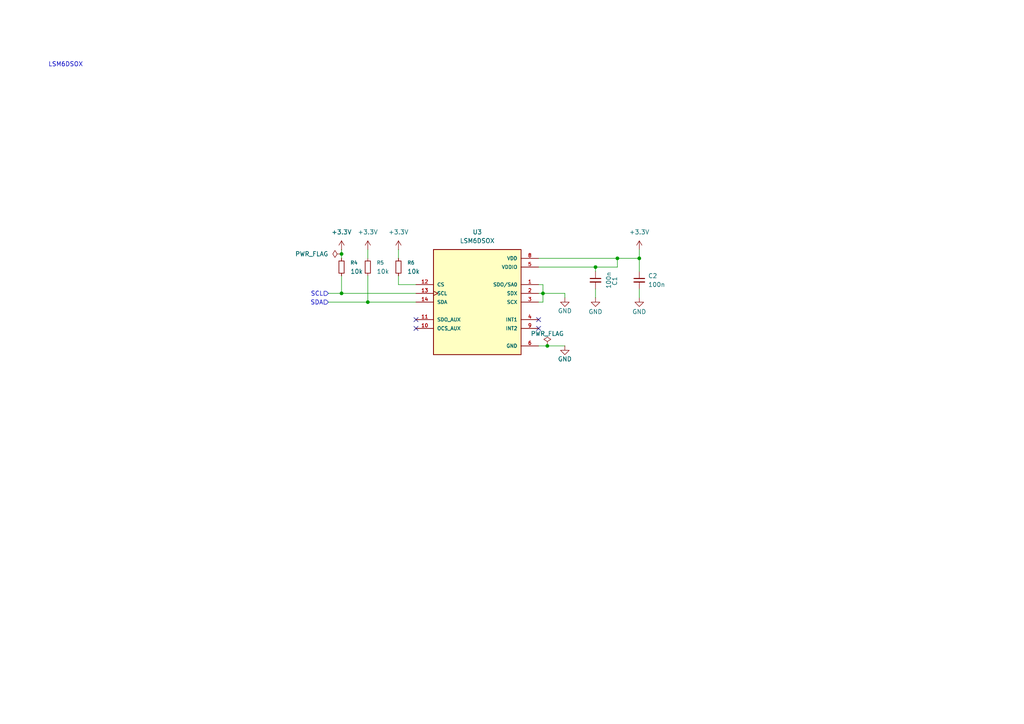
<source format=kicad_sch>
(kicad_sch
	(version 20250114)
	(generator "eeschema")
	(generator_version "9.0")
	(uuid "fa57e1d7-424d-4ef2-9198-6418d658b11a")
	(paper "A4")
	(title_block
		(title "LSM6DSOX")
		(company "ENSEA")
		(comment 1 "Clara CHATELAIS-VAUFLEURY")
	)
	(lib_symbols
		(symbol "Device:C_Small"
			(pin_numbers
				(hide yes)
			)
			(pin_names
				(offset 0.254)
				(hide yes)
			)
			(exclude_from_sim no)
			(in_bom yes)
			(on_board yes)
			(property "Reference" "C"
				(at 0.254 1.778 0)
				(effects
					(font
						(size 1.27 1.27)
					)
					(justify left)
				)
			)
			(property "Value" "C_Small"
				(at 0.254 -2.032 0)
				(effects
					(font
						(size 1.27 1.27)
					)
					(justify left)
				)
			)
			(property "Footprint" ""
				(at 0 0 0)
				(effects
					(font
						(size 1.27 1.27)
					)
					(hide yes)
				)
			)
			(property "Datasheet" "~"
				(at 0 0 0)
				(effects
					(font
						(size 1.27 1.27)
					)
					(hide yes)
				)
			)
			(property "Description" "Unpolarized capacitor, small symbol"
				(at 0 0 0)
				(effects
					(font
						(size 1.27 1.27)
					)
					(hide yes)
				)
			)
			(property "ki_keywords" "capacitor cap"
				(at 0 0 0)
				(effects
					(font
						(size 1.27 1.27)
					)
					(hide yes)
				)
			)
			(property "ki_fp_filters" "C_*"
				(at 0 0 0)
				(effects
					(font
						(size 1.27 1.27)
					)
					(hide yes)
				)
			)
			(symbol "C_Small_0_1"
				(polyline
					(pts
						(xy -1.524 0.508) (xy 1.524 0.508)
					)
					(stroke
						(width 0.3048)
						(type default)
					)
					(fill
						(type none)
					)
				)
				(polyline
					(pts
						(xy -1.524 -0.508) (xy 1.524 -0.508)
					)
					(stroke
						(width 0.3302)
						(type default)
					)
					(fill
						(type none)
					)
				)
			)
			(symbol "C_Small_1_1"
				(pin passive line
					(at 0 2.54 270)
					(length 2.032)
					(name "~"
						(effects
							(font
								(size 1.27 1.27)
							)
						)
					)
					(number "1"
						(effects
							(font
								(size 1.27 1.27)
							)
						)
					)
				)
				(pin passive line
					(at 0 -2.54 90)
					(length 2.032)
					(name "~"
						(effects
							(font
								(size 1.27 1.27)
							)
						)
					)
					(number "2"
						(effects
							(font
								(size 1.27 1.27)
							)
						)
					)
				)
			)
			(embedded_fonts no)
		)
		(symbol "Device:R_Small"
			(pin_numbers
				(hide yes)
			)
			(pin_names
				(offset 0.254)
				(hide yes)
			)
			(exclude_from_sim no)
			(in_bom yes)
			(on_board yes)
			(property "Reference" "R"
				(at 0 0 90)
				(effects
					(font
						(size 1.016 1.016)
					)
				)
			)
			(property "Value" "R_Small"
				(at 1.778 0 90)
				(effects
					(font
						(size 1.27 1.27)
					)
				)
			)
			(property "Footprint" ""
				(at 0 0 0)
				(effects
					(font
						(size 1.27 1.27)
					)
					(hide yes)
				)
			)
			(property "Datasheet" "~"
				(at 0 0 0)
				(effects
					(font
						(size 1.27 1.27)
					)
					(hide yes)
				)
			)
			(property "Description" "Resistor, small symbol"
				(at 0 0 0)
				(effects
					(font
						(size 1.27 1.27)
					)
					(hide yes)
				)
			)
			(property "ki_keywords" "R resistor"
				(at 0 0 0)
				(effects
					(font
						(size 1.27 1.27)
					)
					(hide yes)
				)
			)
			(property "ki_fp_filters" "R_*"
				(at 0 0 0)
				(effects
					(font
						(size 1.27 1.27)
					)
					(hide yes)
				)
			)
			(symbol "R_Small_0_1"
				(rectangle
					(start -0.762 1.778)
					(end 0.762 -1.778)
					(stroke
						(width 0.2032)
						(type default)
					)
					(fill
						(type none)
					)
				)
			)
			(symbol "R_Small_1_1"
				(pin passive line
					(at 0 2.54 270)
					(length 0.762)
					(name "~"
						(effects
							(font
								(size 1.27 1.27)
							)
						)
					)
					(number "1"
						(effects
							(font
								(size 1.27 1.27)
							)
						)
					)
				)
				(pin passive line
					(at 0 -2.54 90)
					(length 0.762)
					(name "~"
						(effects
							(font
								(size 1.27 1.27)
							)
						)
					)
					(number "2"
						(effects
							(font
								(size 1.27 1.27)
							)
						)
					)
				)
			)
			(embedded_fonts no)
		)
		(symbol "LSM6DSOX:LSM6DSOX"
			(pin_names
				(offset 1.016)
			)
			(exclude_from_sim no)
			(in_bom yes)
			(on_board yes)
			(property "Reference" "U"
				(at -12.7 16.002 0)
				(effects
					(font
						(size 1.27 1.27)
					)
					(justify left bottom)
				)
			)
			(property "Value" "LSM6DSOX"
				(at -12.7 -17.78 0)
				(effects
					(font
						(size 1.27 1.27)
					)
					(justify left bottom)
				)
			)
			(property "Footprint" "LSM6DSOX:PQFN50P250X300X86-14N"
				(at 0 0 0)
				(effects
					(font
						(size 1.27 1.27)
					)
					(justify bottom)
					(hide yes)
				)
			)
			(property "Datasheet" ""
				(at 0 0 0)
				(effects
					(font
						(size 1.27 1.27)
					)
					(hide yes)
				)
			)
			(property "Description" ""
				(at 0 0 0)
				(effects
					(font
						(size 1.27 1.27)
					)
					(hide yes)
				)
			)
			(property "MF" "STMicroelectronics"
				(at 0 0 0)
				(effects
					(font
						(size 1.27 1.27)
					)
					(justify bottom)
					(hide yes)
				)
			)
			(property "Description_1" "3D Accelerometer and 3D Gyroscope Sensor Digital Output 1.8V 14-Pin LGA T/R"
				(at 0 0 0)
				(effects
					(font
						(size 1.27 1.27)
					)
					(justify bottom)
					(hide yes)
				)
			)
			(property "Package" "VFLGA-14 STMicroelectronics"
				(at 0 0 0)
				(effects
					(font
						(size 1.27 1.27)
					)
					(justify bottom)
					(hide yes)
				)
			)
			(property "Price" "None"
				(at 0 0 0)
				(effects
					(font
						(size 1.27 1.27)
					)
					(justify bottom)
					(hide yes)
				)
			)
			(property "Check_prices" "https://www.snapeda.com/parts/LSM6DSOX/STMicroelectronics/view-part/?ref=eda"
				(at 0 0 0)
				(effects
					(font
						(size 1.27 1.27)
					)
					(justify bottom)
					(hide yes)
				)
			)
			(property "STANDARD" "IPC7351B"
				(at 0 0 0)
				(effects
					(font
						(size 1.27 1.27)
					)
					(justify bottom)
					(hide yes)
				)
			)
			(property "PARTREV" "3.0"
				(at 0 0 0)
				(effects
					(font
						(size 1.27 1.27)
					)
					(justify bottom)
					(hide yes)
				)
			)
			(property "SnapEDA_Link" "https://www.snapeda.com/parts/LSM6DSOX/STMicroelectronics/view-part/?ref=snap"
				(at 0 0 0)
				(effects
					(font
						(size 1.27 1.27)
					)
					(justify bottom)
					(hide yes)
				)
			)
			(property "MP" "LSM6DSOX"
				(at 0 0 0)
				(effects
					(font
						(size 1.27 1.27)
					)
					(justify bottom)
					(hide yes)
				)
			)
			(property "Availability" "In Stock"
				(at 0 0 0)
				(effects
					(font
						(size 1.27 1.27)
					)
					(justify bottom)
					(hide yes)
				)
			)
			(property "MANUFACTURER" "ST Microelectronics"
				(at 0 0 0)
				(effects
					(font
						(size 1.27 1.27)
					)
					(justify bottom)
					(hide yes)
				)
			)
			(symbol "LSM6DSOX_0_0"
				(rectangle
					(start -12.7 -15.24)
					(end 12.7 15.24)
					(stroke
						(width 0.254)
						(type default)
					)
					(fill
						(type background)
					)
				)
				(pin input line
					(at -17.78 5.08 0)
					(length 5.08)
					(name "CS"
						(effects
							(font
								(size 1.016 1.016)
							)
						)
					)
					(number "12"
						(effects
							(font
								(size 1.016 1.016)
							)
						)
					)
				)
				(pin input clock
					(at -17.78 2.54 0)
					(length 5.08)
					(name "SCL"
						(effects
							(font
								(size 1.016 1.016)
							)
						)
					)
					(number "13"
						(effects
							(font
								(size 1.016 1.016)
							)
						)
					)
				)
				(pin bidirectional line
					(at -17.78 0 0)
					(length 5.08)
					(name "SDA"
						(effects
							(font
								(size 1.016 1.016)
							)
						)
					)
					(number "14"
						(effects
							(font
								(size 1.016 1.016)
							)
						)
					)
				)
				(pin bidirectional line
					(at -17.78 -5.08 0)
					(length 5.08)
					(name "SDO_AUX"
						(effects
							(font
								(size 1.016 1.016)
							)
						)
					)
					(number "11"
						(effects
							(font
								(size 1.016 1.016)
							)
						)
					)
				)
				(pin bidirectional line
					(at -17.78 -7.62 0)
					(length 5.08)
					(name "OCS_AUX"
						(effects
							(font
								(size 1.016 1.016)
							)
						)
					)
					(number "10"
						(effects
							(font
								(size 1.016 1.016)
							)
						)
					)
				)
				(pin power_in line
					(at 17.78 12.7 180)
					(length 5.08)
					(name "VDD"
						(effects
							(font
								(size 1.016 1.016)
							)
						)
					)
					(number "8"
						(effects
							(font
								(size 1.016 1.016)
							)
						)
					)
				)
				(pin power_in line
					(at 17.78 10.16 180)
					(length 5.08)
					(name "VDDIO"
						(effects
							(font
								(size 1.016 1.016)
							)
						)
					)
					(number "5"
						(effects
							(font
								(size 1.016 1.016)
							)
						)
					)
				)
				(pin bidirectional line
					(at 17.78 5.08 180)
					(length 5.08)
					(name "SDO/SA0"
						(effects
							(font
								(size 1.016 1.016)
							)
						)
					)
					(number "1"
						(effects
							(font
								(size 1.016 1.016)
							)
						)
					)
				)
				(pin bidirectional line
					(at 17.78 2.54 180)
					(length 5.08)
					(name "SDX"
						(effects
							(font
								(size 1.016 1.016)
							)
						)
					)
					(number "2"
						(effects
							(font
								(size 1.016 1.016)
							)
						)
					)
				)
				(pin bidirectional line
					(at 17.78 0 180)
					(length 5.08)
					(name "SCX"
						(effects
							(font
								(size 1.016 1.016)
							)
						)
					)
					(number "3"
						(effects
							(font
								(size 1.016 1.016)
							)
						)
					)
				)
				(pin output line
					(at 17.78 -5.08 180)
					(length 5.08)
					(name "INT1"
						(effects
							(font
								(size 1.016 1.016)
							)
						)
					)
					(number "4"
						(effects
							(font
								(size 1.016 1.016)
							)
						)
					)
				)
				(pin output line
					(at 17.78 -7.62 180)
					(length 5.08)
					(name "INT2"
						(effects
							(font
								(size 1.016 1.016)
							)
						)
					)
					(number "9"
						(effects
							(font
								(size 1.016 1.016)
							)
						)
					)
				)
				(pin power_in line
					(at 17.78 -12.7 180)
					(length 5.08)
					(name "GND"
						(effects
							(font
								(size 1.016 1.016)
							)
						)
					)
					(number "6"
						(effects
							(font
								(size 1.016 1.016)
							)
						)
					)
				)
				(pin power_in line
					(at 17.78 -12.7 180)
					(length 5.08)
					(hide yes)
					(name "GND"
						(effects
							(font
								(size 1.016 1.016)
							)
						)
					)
					(number "7"
						(effects
							(font
								(size 1.016 1.016)
							)
						)
					)
				)
			)
			(embedded_fonts no)
		)
		(symbol "power:+3.3V"
			(power)
			(pin_numbers
				(hide yes)
			)
			(pin_names
				(offset 0)
				(hide yes)
			)
			(exclude_from_sim no)
			(in_bom yes)
			(on_board yes)
			(property "Reference" "#PWR"
				(at 0 -3.81 0)
				(effects
					(font
						(size 1.27 1.27)
					)
					(hide yes)
				)
			)
			(property "Value" "+3.3V"
				(at 0 3.556 0)
				(effects
					(font
						(size 1.27 1.27)
					)
				)
			)
			(property "Footprint" ""
				(at 0 0 0)
				(effects
					(font
						(size 1.27 1.27)
					)
					(hide yes)
				)
			)
			(property "Datasheet" ""
				(at 0 0 0)
				(effects
					(font
						(size 1.27 1.27)
					)
					(hide yes)
				)
			)
			(property "Description" "Power symbol creates a global label with name \"+3.3V\""
				(at 0 0 0)
				(effects
					(font
						(size 1.27 1.27)
					)
					(hide yes)
				)
			)
			(property "ki_keywords" "global power"
				(at 0 0 0)
				(effects
					(font
						(size 1.27 1.27)
					)
					(hide yes)
				)
			)
			(symbol "+3.3V_0_1"
				(polyline
					(pts
						(xy -0.762 1.27) (xy 0 2.54)
					)
					(stroke
						(width 0)
						(type default)
					)
					(fill
						(type none)
					)
				)
				(polyline
					(pts
						(xy 0 2.54) (xy 0.762 1.27)
					)
					(stroke
						(width 0)
						(type default)
					)
					(fill
						(type none)
					)
				)
				(polyline
					(pts
						(xy 0 0) (xy 0 2.54)
					)
					(stroke
						(width 0)
						(type default)
					)
					(fill
						(type none)
					)
				)
			)
			(symbol "+3.3V_1_1"
				(pin power_in line
					(at 0 0 90)
					(length 0)
					(name "~"
						(effects
							(font
								(size 1.27 1.27)
							)
						)
					)
					(number "1"
						(effects
							(font
								(size 1.27 1.27)
							)
						)
					)
				)
			)
			(embedded_fonts no)
		)
		(symbol "power:GND"
			(power)
			(pin_numbers
				(hide yes)
			)
			(pin_names
				(offset 0)
				(hide yes)
			)
			(exclude_from_sim no)
			(in_bom yes)
			(on_board yes)
			(property "Reference" "#PWR"
				(at 0 -6.35 0)
				(effects
					(font
						(size 1.27 1.27)
					)
					(hide yes)
				)
			)
			(property "Value" "GND"
				(at 0 -3.81 0)
				(effects
					(font
						(size 1.27 1.27)
					)
				)
			)
			(property "Footprint" ""
				(at 0 0 0)
				(effects
					(font
						(size 1.27 1.27)
					)
					(hide yes)
				)
			)
			(property "Datasheet" ""
				(at 0 0 0)
				(effects
					(font
						(size 1.27 1.27)
					)
					(hide yes)
				)
			)
			(property "Description" "Power symbol creates a global label with name \"GND\" , ground"
				(at 0 0 0)
				(effects
					(font
						(size 1.27 1.27)
					)
					(hide yes)
				)
			)
			(property "ki_keywords" "global power"
				(at 0 0 0)
				(effects
					(font
						(size 1.27 1.27)
					)
					(hide yes)
				)
			)
			(symbol "GND_0_1"
				(polyline
					(pts
						(xy 0 0) (xy 0 -1.27) (xy 1.27 -1.27) (xy 0 -2.54) (xy -1.27 -1.27) (xy 0 -1.27)
					)
					(stroke
						(width 0)
						(type default)
					)
					(fill
						(type none)
					)
				)
			)
			(symbol "GND_1_1"
				(pin power_in line
					(at 0 0 270)
					(length 0)
					(name "~"
						(effects
							(font
								(size 1.27 1.27)
							)
						)
					)
					(number "1"
						(effects
							(font
								(size 1.27 1.27)
							)
						)
					)
				)
			)
			(embedded_fonts no)
		)
		(symbol "power:PWR_FLAG"
			(power)
			(pin_numbers
				(hide yes)
			)
			(pin_names
				(offset 0)
				(hide yes)
			)
			(exclude_from_sim no)
			(in_bom yes)
			(on_board yes)
			(property "Reference" "#FLG"
				(at 0 1.905 0)
				(effects
					(font
						(size 1.27 1.27)
					)
					(hide yes)
				)
			)
			(property "Value" "PWR_FLAG"
				(at 0 3.81 0)
				(effects
					(font
						(size 1.27 1.27)
					)
				)
			)
			(property "Footprint" ""
				(at 0 0 0)
				(effects
					(font
						(size 1.27 1.27)
					)
					(hide yes)
				)
			)
			(property "Datasheet" "~"
				(at 0 0 0)
				(effects
					(font
						(size 1.27 1.27)
					)
					(hide yes)
				)
			)
			(property "Description" "Special symbol for telling ERC where power comes from"
				(at 0 0 0)
				(effects
					(font
						(size 1.27 1.27)
					)
					(hide yes)
				)
			)
			(property "ki_keywords" "flag power"
				(at 0 0 0)
				(effects
					(font
						(size 1.27 1.27)
					)
					(hide yes)
				)
			)
			(symbol "PWR_FLAG_0_0"
				(pin power_out line
					(at 0 0 90)
					(length 0)
					(name "~"
						(effects
							(font
								(size 1.27 1.27)
							)
						)
					)
					(number "1"
						(effects
							(font
								(size 1.27 1.27)
							)
						)
					)
				)
			)
			(symbol "PWR_FLAG_0_1"
				(polyline
					(pts
						(xy 0 0) (xy 0 1.27) (xy -1.016 1.905) (xy 0 2.54) (xy 1.016 1.905) (xy 0 1.27)
					)
					(stroke
						(width 0)
						(type default)
					)
					(fill
						(type none)
					)
				)
			)
			(embedded_fonts no)
		)
	)
	(text "LSM6DSOX"
		(exclude_from_sim no)
		(at 19.05 18.796 0)
		(effects
			(font
				(size 1.27 1.27)
			)
		)
		(uuid "07febc5a-eb68-4317-acc1-7e7e256990c6")
	)
	(junction
		(at 172.72 77.47)
		(diameter 0)
		(color 0 0 0 0)
		(uuid "1e0bbc1a-7050-4c8b-89b7-ee21141c1664")
	)
	(junction
		(at 99.06 85.09)
		(diameter 0)
		(color 0 0 0 0)
		(uuid "501165fb-e7a6-494c-8775-82e12c5e6f28")
	)
	(junction
		(at 99.06 73.66)
		(diameter 0)
		(color 0 0 0 0)
		(uuid "60eb4690-c85d-417e-a452-fc0fc3b28f7b")
	)
	(junction
		(at 179.07 74.93)
		(diameter 0)
		(color 0 0 0 0)
		(uuid "90eefee9-42be-4dd8-ae42-084310afaabe")
	)
	(junction
		(at 157.48 85.09)
		(diameter 0)
		(color 0 0 0 0)
		(uuid "9f16198d-47a7-44ec-a087-4e453bbd41c8")
	)
	(junction
		(at 106.68 87.63)
		(diameter 0)
		(color 0 0 0 0)
		(uuid "a812d947-7705-4454-9294-c414821bc119")
	)
	(junction
		(at 185.42 74.93)
		(diameter 0)
		(color 0 0 0 0)
		(uuid "da273029-e91a-4a97-9fb3-834c03376eef")
	)
	(junction
		(at 158.75 100.33)
		(diameter 0)
		(color 0 0 0 0)
		(uuid "ef8d902d-c4f1-49d2-aca0-3cbda427356c")
	)
	(no_connect
		(at 120.65 95.25)
		(uuid "2c25b70b-1049-4b22-afda-3b35bae91595")
	)
	(no_connect
		(at 156.21 95.25)
		(uuid "3ebfb244-0c46-47a6-9dec-b5bd46d07800")
	)
	(no_connect
		(at 156.21 92.71)
		(uuid "4ddad4dd-6c06-4822-9acf-3dc4d4bb6e26")
	)
	(no_connect
		(at 120.65 92.71)
		(uuid "b5d8e434-abee-4a07-96b7-d257e84a588a")
	)
	(wire
		(pts
			(xy 115.57 72.39) (xy 115.57 74.93)
		)
		(stroke
			(width 0)
			(type default)
		)
		(uuid "05b7ab4f-b028-478a-84b6-5acc73db016d")
	)
	(wire
		(pts
			(xy 156.21 87.63) (xy 157.48 87.63)
		)
		(stroke
			(width 0)
			(type default)
		)
		(uuid "144c49c9-85c2-4a44-beb2-ef8c699b23b7")
	)
	(wire
		(pts
			(xy 106.68 87.63) (xy 120.65 87.63)
		)
		(stroke
			(width 0)
			(type default)
		)
		(uuid "1cdfafb7-d3ff-4a84-bd8c-050ffdfdf3d8")
	)
	(wire
		(pts
			(xy 95.25 87.63) (xy 106.68 87.63)
		)
		(stroke
			(width 0)
			(type default)
		)
		(uuid "206ae082-a0a5-4829-89f8-6ba18af1c7ed")
	)
	(wire
		(pts
			(xy 115.57 82.55) (xy 120.65 82.55)
		)
		(stroke
			(width 0)
			(type default)
		)
		(uuid "25f9b6d4-99cc-4319-aa7a-3987ff913e05")
	)
	(wire
		(pts
			(xy 156.21 77.47) (xy 172.72 77.47)
		)
		(stroke
			(width 0)
			(type default)
		)
		(uuid "2af4655d-aadc-478e-a9f5-450bef9f2875")
	)
	(wire
		(pts
			(xy 156.21 100.33) (xy 158.75 100.33)
		)
		(stroke
			(width 0)
			(type default)
		)
		(uuid "30ba421e-1854-4069-96c6-3d93f303fe95")
	)
	(wire
		(pts
			(xy 172.72 83.82) (xy 172.72 86.36)
		)
		(stroke
			(width 0)
			(type default)
		)
		(uuid "38238e55-b106-4b71-a251-02e1e2f51211")
	)
	(wire
		(pts
			(xy 156.21 85.09) (xy 157.48 85.09)
		)
		(stroke
			(width 0)
			(type default)
		)
		(uuid "3dc11a74-27ef-4b33-bb7f-132ad6a969c5")
	)
	(wire
		(pts
			(xy 106.68 80.01) (xy 106.68 87.63)
		)
		(stroke
			(width 0)
			(type default)
		)
		(uuid "3f84826f-9684-4433-b43a-c5489e1808f2")
	)
	(wire
		(pts
			(xy 99.06 73.66) (xy 99.06 74.93)
		)
		(stroke
			(width 0)
			(type default)
		)
		(uuid "51e17739-95e5-4895-8201-74a00d22bdb6")
	)
	(wire
		(pts
			(xy 163.83 85.09) (xy 157.48 85.09)
		)
		(stroke
			(width 0)
			(type default)
		)
		(uuid "561dc745-81a4-4c2d-9082-8414c58c5b3f")
	)
	(wire
		(pts
			(xy 185.42 74.93) (xy 185.42 78.74)
		)
		(stroke
			(width 0)
			(type default)
		)
		(uuid "57e9b25d-cb5c-4062-a642-950c10c0b24a")
	)
	(wire
		(pts
			(xy 157.48 82.55) (xy 157.48 85.09)
		)
		(stroke
			(width 0)
			(type default)
		)
		(uuid "6011c89a-ef1f-4b97-81e6-e8a0dd26c2cd")
	)
	(wire
		(pts
			(xy 172.72 77.47) (xy 179.07 77.47)
		)
		(stroke
			(width 0)
			(type default)
		)
		(uuid "8664a5fc-5285-4e30-8f96-5880c5435f37")
	)
	(wire
		(pts
			(xy 95.25 85.09) (xy 99.06 85.09)
		)
		(stroke
			(width 0)
			(type default)
		)
		(uuid "8a1d61f4-17ec-4ddf-ba52-65a34681aa88")
	)
	(wire
		(pts
			(xy 185.42 83.82) (xy 185.42 86.36)
		)
		(stroke
			(width 0)
			(type default)
		)
		(uuid "90f20d4e-449c-4c14-a76c-7b4157718899")
	)
	(wire
		(pts
			(xy 156.21 74.93) (xy 179.07 74.93)
		)
		(stroke
			(width 0)
			(type default)
		)
		(uuid "9bb6aa17-ec69-4301-a473-f1f885e93b9c")
	)
	(wire
		(pts
			(xy 179.07 77.47) (xy 179.07 74.93)
		)
		(stroke
			(width 0)
			(type default)
		)
		(uuid "a5ff36e4-4502-4aa9-82ce-dc995ac89d64")
	)
	(wire
		(pts
			(xy 157.48 85.09) (xy 157.48 87.63)
		)
		(stroke
			(width 0)
			(type default)
		)
		(uuid "ac57a2f8-7472-4262-9b6d-beca4042b927")
	)
	(wire
		(pts
			(xy 172.72 78.74) (xy 172.72 77.47)
		)
		(stroke
			(width 0)
			(type default)
		)
		(uuid "b427c0a8-f805-4a51-8821-76f4f4ee9599")
	)
	(wire
		(pts
			(xy 163.83 85.09) (xy 163.83 86.36)
		)
		(stroke
			(width 0)
			(type default)
		)
		(uuid "c727d09c-4a40-4650-b607-11c3014997dc")
	)
	(wire
		(pts
			(xy 115.57 80.01) (xy 115.57 82.55)
		)
		(stroke
			(width 0)
			(type default)
		)
		(uuid "ce4bb68b-d907-42a1-a234-4ceb25a10b0e")
	)
	(wire
		(pts
			(xy 158.75 100.33) (xy 163.83 100.33)
		)
		(stroke
			(width 0)
			(type default)
		)
		(uuid "dfa1e802-e046-4944-890c-3bc0470ebed4")
	)
	(wire
		(pts
			(xy 156.21 82.55) (xy 157.48 82.55)
		)
		(stroke
			(width 0)
			(type default)
		)
		(uuid "e11c01dd-3dc4-4efd-b860-e33beebf0b78")
	)
	(wire
		(pts
			(xy 99.06 72.39) (xy 99.06 73.66)
		)
		(stroke
			(width 0)
			(type default)
		)
		(uuid "e11efe87-9fbf-4da7-aab0-c458ed90c6c3")
	)
	(wire
		(pts
			(xy 185.42 74.93) (xy 179.07 74.93)
		)
		(stroke
			(width 0)
			(type default)
		)
		(uuid "e6b068e1-0092-4b1c-8f24-f6f8961045eb")
	)
	(wire
		(pts
			(xy 106.68 72.39) (xy 106.68 74.93)
		)
		(stroke
			(width 0)
			(type default)
		)
		(uuid "f077ecfd-5d97-4453-8ec3-3a64256f4734")
	)
	(wire
		(pts
			(xy 99.06 80.01) (xy 99.06 85.09)
		)
		(stroke
			(width 0)
			(type default)
		)
		(uuid "f35cdd8c-9c45-42ab-8092-cad83bae21c7")
	)
	(wire
		(pts
			(xy 185.42 72.39) (xy 185.42 74.93)
		)
		(stroke
			(width 0)
			(type default)
		)
		(uuid "f9b6bdec-9d47-481d-b0ae-87edf65f816c")
	)
	(wire
		(pts
			(xy 99.06 85.09) (xy 120.65 85.09)
		)
		(stroke
			(width 0)
			(type default)
		)
		(uuid "fff474e6-d342-477b-a66a-a117d6ff4efb")
	)
	(hierarchical_label "SCL"
		(shape input)
		(at 95.25 85.09 180)
		(effects
			(font
				(size 1.27 1.27)
				(color 0 0 194 1)
			)
			(justify right)
		)
		(uuid "22bde600-3a54-432f-8539-c0ce4f919b05")
	)
	(hierarchical_label "SDA"
		(shape input)
		(at 95.25 87.63 180)
		(effects
			(font
				(size 1.27 1.27)
				(color 0 0 194 1)
			)
			(justify right)
		)
		(uuid "b13a5b03-94f9-4c39-bc7c-5403357d78f6")
	)
	(symbol
		(lib_id "power:GND")
		(at 163.83 86.36 0)
		(unit 1)
		(exclude_from_sim no)
		(in_bom yes)
		(on_board yes)
		(dnp no)
		(uuid "0d644e35-1cdf-4de5-8c72-41ab9b336bd7")
		(property "Reference" "#PWR04"
			(at 163.83 92.71 0)
			(effects
				(font
					(size 1.27 1.27)
				)
				(hide yes)
			)
		)
		(property "Value" "GND"
			(at 163.83 90.17 0)
			(effects
				(font
					(size 1.27 1.27)
				)
			)
		)
		(property "Footprint" ""
			(at 163.83 86.36 0)
			(effects
				(font
					(size 1.27 1.27)
				)
				(hide yes)
			)
		)
		(property "Datasheet" ""
			(at 163.83 86.36 0)
			(effects
				(font
					(size 1.27 1.27)
				)
				(hide yes)
			)
		)
		(property "Description" "Power symbol creates a global label with name \"GND\" , ground"
			(at 163.83 86.36 0)
			(effects
				(font
					(size 1.27 1.27)
				)
				(hide yes)
			)
		)
		(pin "1"
			(uuid "124f6d3f-6a52-4c75-86c7-24258f4c402a")
		)
		(instances
			(project "Projet 6 KICAD CLS COMPLET"
				(path "/917aa03c-3980-4eba-8700-b55c1cb55f0b/a28d9c5a-f725-4af6-9d3a-df31b76ed667"
					(reference "#PWR04")
					(unit 1)
				)
			)
		)
	)
	(symbol
		(lib_id "power:+3.3V")
		(at 185.42 72.39 0)
		(unit 1)
		(exclude_from_sim no)
		(in_bom yes)
		(on_board yes)
		(dnp no)
		(fields_autoplaced yes)
		(uuid "1106fd70-dbc7-44a4-bf0e-67ab44320ebb")
		(property "Reference" "#PWR011"
			(at 185.42 76.2 0)
			(effects
				(font
					(size 1.27 1.27)
				)
				(hide yes)
			)
		)
		(property "Value" "+3.3V"
			(at 185.42 67.31 0)
			(effects
				(font
					(size 1.27 1.27)
				)
			)
		)
		(property "Footprint" ""
			(at 185.42 72.39 0)
			(effects
				(font
					(size 1.27 1.27)
				)
				(hide yes)
			)
		)
		(property "Datasheet" ""
			(at 185.42 72.39 0)
			(effects
				(font
					(size 1.27 1.27)
				)
				(hide yes)
			)
		)
		(property "Description" "Power symbol creates a global label with name \"+3.3V\""
			(at 185.42 72.39 0)
			(effects
				(font
					(size 1.27 1.27)
				)
				(hide yes)
			)
		)
		(pin "1"
			(uuid "20afa795-8ef1-4462-b07e-8d9950add0e6")
		)
		(instances
			(project "Projet 6 KICAD CLS COMPLET"
				(path "/917aa03c-3980-4eba-8700-b55c1cb55f0b/a28d9c5a-f725-4af6-9d3a-df31b76ed667"
					(reference "#PWR011")
					(unit 1)
				)
			)
		)
	)
	(symbol
		(lib_id "power:+3.3V")
		(at 115.57 72.39 0)
		(unit 1)
		(exclude_from_sim no)
		(in_bom yes)
		(on_board yes)
		(dnp no)
		(fields_autoplaced yes)
		(uuid "3a1f6f01-076c-4546-917d-f4c50c9ceecb")
		(property "Reference" "#PWR03"
			(at 115.57 76.2 0)
			(effects
				(font
					(size 1.27 1.27)
				)
				(hide yes)
			)
		)
		(property "Value" "+3.3V"
			(at 115.57 67.31 0)
			(effects
				(font
					(size 1.27 1.27)
				)
			)
		)
		(property "Footprint" ""
			(at 115.57 72.39 0)
			(effects
				(font
					(size 1.27 1.27)
				)
				(hide yes)
			)
		)
		(property "Datasheet" ""
			(at 115.57 72.39 0)
			(effects
				(font
					(size 1.27 1.27)
				)
				(hide yes)
			)
		)
		(property "Description" "Power symbol creates a global label with name \"+3.3V\""
			(at 115.57 72.39 0)
			(effects
				(font
					(size 1.27 1.27)
				)
				(hide yes)
			)
		)
		(pin "1"
			(uuid "d20217f2-97d0-4a56-b0f6-be22288af1a5")
		)
		(instances
			(project "Projet 6 KICAD CLS COMPLET"
				(path "/917aa03c-3980-4eba-8700-b55c1cb55f0b/a28d9c5a-f725-4af6-9d3a-df31b76ed667"
					(reference "#PWR03")
					(unit 1)
				)
			)
		)
	)
	(symbol
		(lib_id "Device:R_Small")
		(at 99.06 77.47 0)
		(unit 1)
		(exclude_from_sim no)
		(in_bom yes)
		(on_board yes)
		(dnp no)
		(fields_autoplaced yes)
		(uuid "3f03ca68-0e63-4498-a047-94408536f4f1")
		(property "Reference" "R4"
			(at 101.6 76.1999 0)
			(effects
				(font
					(size 1.016 1.016)
				)
				(justify left)
			)
		)
		(property "Value" "10k"
			(at 101.6 78.7399 0)
			(effects
				(font
					(size 1.27 1.27)
				)
				(justify left)
			)
		)
		(property "Footprint" "Resistor_SMD:R_0603_1608Metric"
			(at 99.06 77.47 0)
			(effects
				(font
					(size 1.27 1.27)
				)
				(hide yes)
			)
		)
		(property "Datasheet" "~"
			(at 99.06 77.47 0)
			(effects
				(font
					(size 1.27 1.27)
				)
				(hide yes)
			)
		)
		(property "Description" "Resistor, small symbol"
			(at 99.06 77.47 0)
			(effects
				(font
					(size 1.27 1.27)
				)
				(hide yes)
			)
		)
		(pin "2"
			(uuid "b39caf5f-3c09-4383-a95d-1ec791faba46")
		)
		(pin "1"
			(uuid "c1b976d4-a5b7-4f0f-b5aa-3d8a0b1a6d01")
		)
		(instances
			(project "Projet 6 KICAD CLS COMPLET"
				(path "/917aa03c-3980-4eba-8700-b55c1cb55f0b/a28d9c5a-f725-4af6-9d3a-df31b76ed667"
					(reference "R4")
					(unit 1)
				)
			)
		)
	)
	(symbol
		(lib_id "power:+3.3V")
		(at 106.68 72.39 0)
		(unit 1)
		(exclude_from_sim no)
		(in_bom yes)
		(on_board yes)
		(dnp no)
		(fields_autoplaced yes)
		(uuid "42c13e94-3d18-45ad-8471-eec470d75879")
		(property "Reference" "#PWR02"
			(at 106.68 76.2 0)
			(effects
				(font
					(size 1.27 1.27)
				)
				(hide yes)
			)
		)
		(property "Value" "+3.3V"
			(at 106.68 67.31 0)
			(effects
				(font
					(size 1.27 1.27)
				)
			)
		)
		(property "Footprint" ""
			(at 106.68 72.39 0)
			(effects
				(font
					(size 1.27 1.27)
				)
				(hide yes)
			)
		)
		(property "Datasheet" ""
			(at 106.68 72.39 0)
			(effects
				(font
					(size 1.27 1.27)
				)
				(hide yes)
			)
		)
		(property "Description" "Power symbol creates a global label with name \"+3.3V\""
			(at 106.68 72.39 0)
			(effects
				(font
					(size 1.27 1.27)
				)
				(hide yes)
			)
		)
		(pin "1"
			(uuid "efd46388-235b-4992-8059-49bec216fc97")
		)
		(instances
			(project "Projet 6 KICAD CLS COMPLET"
				(path "/917aa03c-3980-4eba-8700-b55c1cb55f0b/a28d9c5a-f725-4af6-9d3a-df31b76ed667"
					(reference "#PWR02")
					(unit 1)
				)
			)
		)
	)
	(symbol
		(lib_id "power:GND")
		(at 172.72 86.36 0)
		(unit 1)
		(exclude_from_sim no)
		(in_bom yes)
		(on_board yes)
		(dnp no)
		(uuid "4852600a-e669-4340-9829-0315385f3a31")
		(property "Reference" "#PWR07"
			(at 172.72 92.71 0)
			(effects
				(font
					(size 1.27 1.27)
				)
				(hide yes)
			)
		)
		(property "Value" "GND"
			(at 174.752 90.424 0)
			(effects
				(font
					(size 1.27 1.27)
				)
				(justify right)
			)
		)
		(property "Footprint" ""
			(at 172.72 86.36 0)
			(effects
				(font
					(size 1.27 1.27)
				)
				(hide yes)
			)
		)
		(property "Datasheet" ""
			(at 172.72 86.36 0)
			(effects
				(font
					(size 1.27 1.27)
				)
				(hide yes)
			)
		)
		(property "Description" "Power symbol creates a global label with name \"GND\" , ground"
			(at 172.72 86.36 0)
			(effects
				(font
					(size 1.27 1.27)
				)
				(hide yes)
			)
		)
		(pin "1"
			(uuid "dfc03a81-9a4c-48d8-893c-27485ee524be")
		)
		(instances
			(project "Projet 6 KICAD CLS COMPLET"
				(path "/917aa03c-3980-4eba-8700-b55c1cb55f0b/a28d9c5a-f725-4af6-9d3a-df31b76ed667"
					(reference "#PWR07")
					(unit 1)
				)
			)
		)
	)
	(symbol
		(lib_id "LSM6DSOX:LSM6DSOX")
		(at 138.43 87.63 0)
		(unit 1)
		(exclude_from_sim no)
		(in_bom yes)
		(on_board yes)
		(dnp no)
		(fields_autoplaced yes)
		(uuid "4f7518d8-0fc7-4b33-9081-0ebed7958031")
		(property "Reference" "U3"
			(at 138.43 67.31 0)
			(effects
				(font
					(size 1.27 1.27)
				)
			)
		)
		(property "Value" "LSM6DSOX"
			(at 138.43 69.85 0)
			(effects
				(font
					(size 1.27 1.27)
				)
			)
		)
		(property "Footprint" "LSM6DSOX:PQFN50P250X300X86-14N"
			(at 138.43 87.63 0)
			(effects
				(font
					(size 1.27 1.27)
				)
				(justify bottom)
				(hide yes)
			)
		)
		(property "Datasheet" ""
			(at 138.43 87.63 0)
			(effects
				(font
					(size 1.27 1.27)
				)
				(hide yes)
			)
		)
		(property "Description" ""
			(at 138.43 87.63 0)
			(effects
				(font
					(size 1.27 1.27)
				)
				(hide yes)
			)
		)
		(property "MF" "STMicroelectronics"
			(at 138.43 87.63 0)
			(effects
				(font
					(size 1.27 1.27)
				)
				(justify bottom)
				(hide yes)
			)
		)
		(property "Description_1" "3D Accelerometer and 3D Gyroscope Sensor Digital Output 1.8V 14-Pin LGA T/R"
			(at 138.43 87.63 0)
			(effects
				(font
					(size 1.27 1.27)
				)
				(justify bottom)
				(hide yes)
			)
		)
		(property "Package" "VFLGA-14 STMicroelectronics"
			(at 138.43 87.63 0)
			(effects
				(font
					(size 1.27 1.27)
				)
				(justify bottom)
				(hide yes)
			)
		)
		(property "Price" "None"
			(at 138.43 87.63 0)
			(effects
				(font
					(size 1.27 1.27)
				)
				(justify bottom)
				(hide yes)
			)
		)
		(property "Check_prices" "https://www.snapeda.com/parts/LSM6DSOX/STMicroelectronics/view-part/?ref=eda"
			(at 138.43 87.63 0)
			(effects
				(font
					(size 1.27 1.27)
				)
				(justify bottom)
				(hide yes)
			)
		)
		(property "STANDARD" "IPC7351B"
			(at 138.43 87.63 0)
			(effects
				(font
					(size 1.27 1.27)
				)
				(justify bottom)
				(hide yes)
			)
		)
		(property "PARTREV" "3.0"
			(at 138.43 87.63 0)
			(effects
				(font
					(size 1.27 1.27)
				)
				(justify bottom)
				(hide yes)
			)
		)
		(property "SnapEDA_Link" "https://www.snapeda.com/parts/LSM6DSOX/STMicroelectronics/view-part/?ref=snap"
			(at 138.43 87.63 0)
			(effects
				(font
					(size 1.27 1.27)
				)
				(justify bottom)
				(hide yes)
			)
		)
		(property "MP" "LSM6DSOX"
			(at 138.43 87.63 0)
			(effects
				(font
					(size 1.27 1.27)
				)
				(justify bottom)
				(hide yes)
			)
		)
		(property "Availability" "In Stock"
			(at 138.43 87.63 0)
			(effects
				(font
					(size 1.27 1.27)
				)
				(justify bottom)
				(hide yes)
			)
		)
		(property "MANUFACTURER" "ST Microelectronics"
			(at 138.43 87.63 0)
			(effects
				(font
					(size 1.27 1.27)
				)
				(justify bottom)
				(hide yes)
			)
		)
		(pin "12"
			(uuid "fe9461f3-d4a6-47e2-bd27-9932d4e5f943")
		)
		(pin "9"
			(uuid "51005091-b595-4818-8184-1022e35012ea")
		)
		(pin "5"
			(uuid "64eaff58-ca8b-48ba-b6d2-e0421a5915c7")
		)
		(pin "3"
			(uuid "cce8fa58-e9a5-4225-83b2-00e8f57a903a")
		)
		(pin "6"
			(uuid "094505b4-0363-4764-9eba-b215ad77344c")
		)
		(pin "10"
			(uuid "d30f8c9d-d8c7-4e1b-bbb3-e3507bed9e6b")
		)
		(pin "2"
			(uuid "7e2ad653-9cc4-48f7-8b58-bf503b79b57e")
		)
		(pin "14"
			(uuid "048bc3cd-12ff-47e5-9a51-021549037fbd")
		)
		(pin "13"
			(uuid "7c495fb3-47d4-423e-a3d4-f03ad487cf4b")
		)
		(pin "11"
			(uuid "0dd9700b-43e0-4c4f-98a5-3de2e39151c7")
		)
		(pin "1"
			(uuid "f06b37eb-2866-4312-aaaf-a73d1828d339")
		)
		(pin "8"
			(uuid "39924ebb-6945-47f3-90ad-3715c7379b3e")
		)
		(pin "4"
			(uuid "19dbef92-8e84-4364-a9f7-448bd4ed73f8")
		)
		(pin "7"
			(uuid "d47d9964-d1db-4a6a-a057-547faf5a7b69")
		)
		(instances
			(project "Projet 6 KICAD CLS COMPLET"
				(path "/917aa03c-3980-4eba-8700-b55c1cb55f0b/a28d9c5a-f725-4af6-9d3a-df31b76ed667"
					(reference "U3")
					(unit 1)
				)
			)
		)
	)
	(symbol
		(lib_id "Device:C_Small")
		(at 185.42 81.28 0)
		(unit 1)
		(exclude_from_sim no)
		(in_bom yes)
		(on_board yes)
		(dnp no)
		(fields_autoplaced yes)
		(uuid "60a320b6-f2a0-4b29-abad-55cde5a958f4")
		(property "Reference" "C2"
			(at 187.96 80.0162 0)
			(effects
				(font
					(size 1.27 1.27)
				)
				(justify left)
			)
		)
		(property "Value" "100n"
			(at 187.96 82.5562 0)
			(effects
				(font
					(size 1.27 1.27)
				)
				(justify left)
			)
		)
		(property "Footprint" "Capacitor_SMD:C_0805_2012Metric"
			(at 185.42 81.28 0)
			(effects
				(font
					(size 1.27 1.27)
				)
				(hide yes)
			)
		)
		(property "Datasheet" "~"
			(at 185.42 81.28 0)
			(effects
				(font
					(size 1.27 1.27)
				)
				(hide yes)
			)
		)
		(property "Description" "Unpolarized capacitor, small symbol"
			(at 185.42 81.28 0)
			(effects
				(font
					(size 1.27 1.27)
				)
				(hide yes)
			)
		)
		(pin "1"
			(uuid "c61b9c59-0d2f-430d-9b71-7e60bb99b74d")
		)
		(pin "2"
			(uuid "dbdccdc7-c56d-41a3-a565-43a628c591af")
		)
		(instances
			(project "Projet 6 KICAD CLS COMPLET"
				(path "/917aa03c-3980-4eba-8700-b55c1cb55f0b/a28d9c5a-f725-4af6-9d3a-df31b76ed667"
					(reference "C2")
					(unit 1)
				)
			)
		)
	)
	(symbol
		(lib_id "Device:R_Small")
		(at 115.57 77.47 180)
		(unit 1)
		(exclude_from_sim no)
		(in_bom yes)
		(on_board yes)
		(dnp no)
		(fields_autoplaced yes)
		(uuid "66c51125-9a28-45d7-9f0a-ea6c90676194")
		(property "Reference" "R6"
			(at 118.11 76.1999 0)
			(effects
				(font
					(size 1.016 1.016)
				)
				(justify right)
			)
		)
		(property "Value" "10k"
			(at 118.11 78.7399 0)
			(effects
				(font
					(size 1.27 1.27)
				)
				(justify right)
			)
		)
		(property "Footprint" "Resistor_SMD:R_0603_1608Metric"
			(at 115.57 77.47 0)
			(effects
				(font
					(size 1.27 1.27)
				)
				(hide yes)
			)
		)
		(property "Datasheet" "~"
			(at 115.57 77.47 0)
			(effects
				(font
					(size 1.27 1.27)
				)
				(hide yes)
			)
		)
		(property "Description" "Resistor, small symbol"
			(at 115.57 77.47 0)
			(effects
				(font
					(size 1.27 1.27)
				)
				(hide yes)
			)
		)
		(pin "2"
			(uuid "f6cb4b05-6fe8-4c2c-a2de-78e777eaa67c")
		)
		(pin "1"
			(uuid "cbd32ed3-214f-4009-8d18-cb72b2ba3a3e")
		)
		(instances
			(project "Projet 6 KICAD CLS COMPLET"
				(path "/917aa03c-3980-4eba-8700-b55c1cb55f0b/a28d9c5a-f725-4af6-9d3a-df31b76ed667"
					(reference "R6")
					(unit 1)
				)
			)
		)
	)
	(symbol
		(lib_id "Device:C_Small")
		(at 172.72 81.28 0)
		(unit 1)
		(exclude_from_sim no)
		(in_bom yes)
		(on_board yes)
		(dnp no)
		(uuid "6ff68e84-65b9-46df-bb81-2121d456a29f")
		(property "Reference" "C1"
			(at 178.308 81.534 90)
			(effects
				(font
					(size 1.27 1.27)
				)
			)
		)
		(property "Value" "100n"
			(at 176.53 81.2863 90)
			(effects
				(font
					(size 1.27 1.27)
				)
			)
		)
		(property "Footprint" "Capacitor_SMD:C_0805_2012Metric"
			(at 172.72 81.28 0)
			(effects
				(font
					(size 1.27 1.27)
				)
				(hide yes)
			)
		)
		(property "Datasheet" "~"
			(at 172.72 81.28 0)
			(effects
				(font
					(size 1.27 1.27)
				)
				(hide yes)
			)
		)
		(property "Description" "Unpolarized capacitor, small symbol"
			(at 172.72 81.28 0)
			(effects
				(font
					(size 1.27 1.27)
				)
				(hide yes)
			)
		)
		(pin "1"
			(uuid "736789dd-6b54-44dc-8507-4f94785331f7")
		)
		(pin "2"
			(uuid "ec2a358a-6cf0-4dfc-abe2-a7e81df50b03")
		)
		(instances
			(project "Projet 6 KICAD CLS COMPLET"
				(path "/917aa03c-3980-4eba-8700-b55c1cb55f0b/a28d9c5a-f725-4af6-9d3a-df31b76ed667"
					(reference "C1")
					(unit 1)
				)
			)
		)
	)
	(symbol
		(lib_id "Device:R_Small")
		(at 106.68 77.47 180)
		(unit 1)
		(exclude_from_sim no)
		(in_bom yes)
		(on_board yes)
		(dnp no)
		(fields_autoplaced yes)
		(uuid "78dd5806-0112-4d67-99a2-210a5a746ec4")
		(property "Reference" "R5"
			(at 109.22 76.1999 0)
			(effects
				(font
					(size 1.016 1.016)
				)
				(justify right)
			)
		)
		(property "Value" "10k"
			(at 109.22 78.7399 0)
			(effects
				(font
					(size 1.27 1.27)
				)
				(justify right)
			)
		)
		(property "Footprint" "Resistor_SMD:R_0603_1608Metric"
			(at 106.68 77.47 0)
			(effects
				(font
					(size 1.27 1.27)
				)
				(hide yes)
			)
		)
		(property "Datasheet" "~"
			(at 106.68 77.47 0)
			(effects
				(font
					(size 1.27 1.27)
				)
				(hide yes)
			)
		)
		(property "Description" "Resistor, small symbol"
			(at 106.68 77.47 0)
			(effects
				(font
					(size 1.27 1.27)
				)
				(hide yes)
			)
		)
		(pin "2"
			(uuid "868d2d6c-ad94-49ee-992a-6de74d7f4a3a")
		)
		(pin "1"
			(uuid "41786991-b2df-48b3-8d94-4fc17d0cf153")
		)
		(instances
			(project "Projet 6 KICAD CLS COMPLET"
				(path "/917aa03c-3980-4eba-8700-b55c1cb55f0b/a28d9c5a-f725-4af6-9d3a-df31b76ed667"
					(reference "R5")
					(unit 1)
				)
			)
		)
	)
	(symbol
		(lib_id "power:PWR_FLAG")
		(at 99.06 73.66 90)
		(unit 1)
		(exclude_from_sim no)
		(in_bom yes)
		(on_board yes)
		(dnp no)
		(fields_autoplaced yes)
		(uuid "80a2939c-8872-464b-bac2-d207fca2e605")
		(property "Reference" "#FLG01"
			(at 97.155 73.66 0)
			(effects
				(font
					(size 1.27 1.27)
				)
				(hide yes)
			)
		)
		(property "Value" "PWR_FLAG"
			(at 95.25 73.6599 90)
			(effects
				(font
					(size 1.27 1.27)
				)
				(justify left)
			)
		)
		(property "Footprint" ""
			(at 99.06 73.66 0)
			(effects
				(font
					(size 1.27 1.27)
				)
				(hide yes)
			)
		)
		(property "Datasheet" "~"
			(at 99.06 73.66 0)
			(effects
				(font
					(size 1.27 1.27)
				)
				(hide yes)
			)
		)
		(property "Description" "Special symbol for telling ERC where power comes from"
			(at 99.06 73.66 0)
			(effects
				(font
					(size 1.27 1.27)
				)
				(hide yes)
			)
		)
		(pin "1"
			(uuid "12e06bcd-6804-41e3-854d-b816c6de9031")
		)
		(instances
			(project ""
				(path "/917aa03c-3980-4eba-8700-b55c1cb55f0b/a28d9c5a-f725-4af6-9d3a-df31b76ed667"
					(reference "#FLG01")
					(unit 1)
				)
			)
		)
	)
	(symbol
		(lib_id "power:GND")
		(at 163.83 100.33 0)
		(unit 1)
		(exclude_from_sim no)
		(in_bom yes)
		(on_board yes)
		(dnp no)
		(uuid "8fe8f53a-1137-456a-9e03-5a84ac6e1e41")
		(property "Reference" "#PWR06"
			(at 163.83 106.68 0)
			(effects
				(font
					(size 1.27 1.27)
				)
				(hide yes)
			)
		)
		(property "Value" "GND"
			(at 163.83 104.14 0)
			(effects
				(font
					(size 1.27 1.27)
				)
			)
		)
		(property "Footprint" ""
			(at 163.83 100.33 0)
			(effects
				(font
					(size 1.27 1.27)
				)
				(hide yes)
			)
		)
		(property "Datasheet" ""
			(at 163.83 100.33 0)
			(effects
				(font
					(size 1.27 1.27)
				)
				(hide yes)
			)
		)
		(property "Description" "Power symbol creates a global label with name \"GND\" , ground"
			(at 163.83 100.33 0)
			(effects
				(font
					(size 1.27 1.27)
				)
				(hide yes)
			)
		)
		(pin "1"
			(uuid "44dbab88-d41f-4323-8e80-e0d87ee157c8")
		)
		(instances
			(project "Projet 6 KICAD CLS COMPLET"
				(path "/917aa03c-3980-4eba-8700-b55c1cb55f0b/a28d9c5a-f725-4af6-9d3a-df31b76ed667"
					(reference "#PWR06")
					(unit 1)
				)
			)
		)
	)
	(symbol
		(lib_id "power:GND")
		(at 185.42 86.36 0)
		(unit 1)
		(exclude_from_sim no)
		(in_bom yes)
		(on_board yes)
		(dnp no)
		(uuid "e7910f69-241d-47b8-bfde-27017218470d")
		(property "Reference" "#PWR012"
			(at 185.42 92.71 0)
			(effects
				(font
					(size 1.27 1.27)
				)
				(hide yes)
			)
		)
		(property "Value" "GND"
			(at 187.452 90.424 0)
			(effects
				(font
					(size 1.27 1.27)
				)
				(justify right)
			)
		)
		(property "Footprint" ""
			(at 185.42 86.36 0)
			(effects
				(font
					(size 1.27 1.27)
				)
				(hide yes)
			)
		)
		(property "Datasheet" ""
			(at 185.42 86.36 0)
			(effects
				(font
					(size 1.27 1.27)
				)
				(hide yes)
			)
		)
		(property "Description" "Power symbol creates a global label with name \"GND\" , ground"
			(at 185.42 86.36 0)
			(effects
				(font
					(size 1.27 1.27)
				)
				(hide yes)
			)
		)
		(pin "1"
			(uuid "ce844c53-896a-4472-b3bf-ce3e5900c3c1")
		)
		(instances
			(project "Projet 6 KICAD CLS COMPLET"
				(path "/917aa03c-3980-4eba-8700-b55c1cb55f0b/a28d9c5a-f725-4af6-9d3a-df31b76ed667"
					(reference "#PWR012")
					(unit 1)
				)
			)
		)
	)
	(symbol
		(lib_id "power:PWR_FLAG")
		(at 158.75 100.33 0)
		(unit 1)
		(exclude_from_sim no)
		(in_bom yes)
		(on_board yes)
		(dnp no)
		(uuid "f04434df-3b76-4642-a4ee-c4165a825117")
		(property "Reference" "#FLG02"
			(at 158.75 98.425 0)
			(effects
				(font
					(size 1.27 1.27)
				)
				(hide yes)
			)
		)
		(property "Value" "PWR_FLAG"
			(at 158.75 96.774 0)
			(effects
				(font
					(size 1.27 1.27)
				)
			)
		)
		(property "Footprint" ""
			(at 158.75 100.33 0)
			(effects
				(font
					(size 1.27 1.27)
				)
				(hide yes)
			)
		)
		(property "Datasheet" "~"
			(at 158.75 100.33 0)
			(effects
				(font
					(size 1.27 1.27)
				)
				(hide yes)
			)
		)
		(property "Description" "Special symbol for telling ERC where power comes from"
			(at 158.75 100.33 0)
			(effects
				(font
					(size 1.27 1.27)
				)
				(hide yes)
			)
		)
		(pin "1"
			(uuid "72e7b4d4-f95b-4997-b0e8-c099805f928f")
		)
		(instances
			(project "Projet 6 KICAD CLS COMPLET"
				(path "/917aa03c-3980-4eba-8700-b55c1cb55f0b/a28d9c5a-f725-4af6-9d3a-df31b76ed667"
					(reference "#FLG02")
					(unit 1)
				)
			)
		)
	)
	(symbol
		(lib_id "power:+3.3V")
		(at 99.06 72.39 0)
		(unit 1)
		(exclude_from_sim no)
		(in_bom yes)
		(on_board yes)
		(dnp no)
		(fields_autoplaced yes)
		(uuid "f507064f-5dd7-4be5-9e50-68ccf33930fd")
		(property "Reference" "#PWR01"
			(at 99.06 76.2 0)
			(effects
				(font
					(size 1.27 1.27)
				)
				(hide yes)
			)
		)
		(property "Value" "+3.3V"
			(at 99.06 67.31 0)
			(effects
				(font
					(size 1.27 1.27)
				)
			)
		)
		(property "Footprint" ""
			(at 99.06 72.39 0)
			(effects
				(font
					(size 1.27 1.27)
				)
				(hide yes)
			)
		)
		(property "Datasheet" ""
			(at 99.06 72.39 0)
			(effects
				(font
					(size 1.27 1.27)
				)
				(hide yes)
			)
		)
		(property "Description" "Power symbol creates a global label with name \"+3.3V\""
			(at 99.06 72.39 0)
			(effects
				(font
					(size 1.27 1.27)
				)
				(hide yes)
			)
		)
		(pin "1"
			(uuid "ccfdda0a-4fd5-44b6-b0c2-b52e4630f42d")
		)
		(instances
			(project "Projet 6 KICAD CLS COMPLET"
				(path "/917aa03c-3980-4eba-8700-b55c1cb55f0b/a28d9c5a-f725-4af6-9d3a-df31b76ed667"
					(reference "#PWR01")
					(unit 1)
				)
			)
		)
	)
)

</source>
